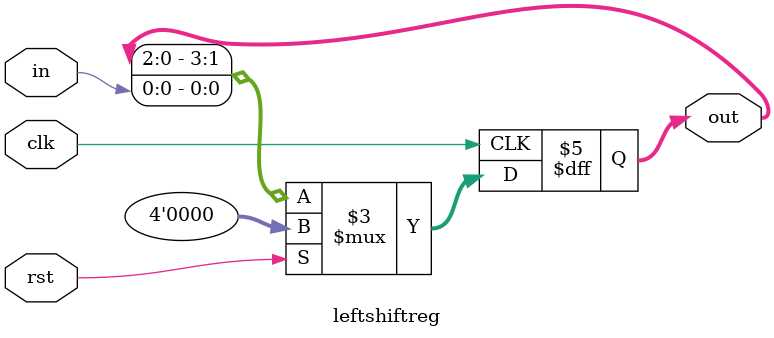
<source format=v>
module leftshiftreg (in,clk,rst,out);

input wire in;
input wire clk;
input wire rst;

output reg  [3:0] out;

always @(posedge clk) begin
    if(rst)

    out=4'b0000;

    else begin

    out ={out[2:0],in};


    end
    
end
    
 endmodule
</source>
